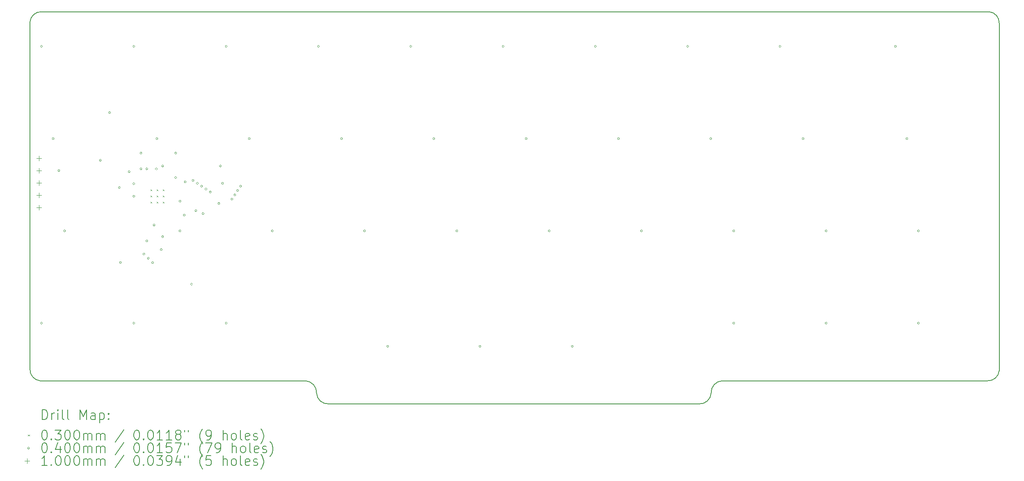
<source format=gbr>
%TF.GenerationSoftware,KiCad,Pcbnew,7.0.6*%
%TF.CreationDate,2023-07-16T16:10:14-04:00*%
%TF.ProjectId,cutiepie2040-hotswap,63757469-6570-4696-9532-3034302d686f,rev?*%
%TF.SameCoordinates,PX2d6b3a0PY6f46b48*%
%TF.FileFunction,Drillmap*%
%TF.FilePolarity,Positive*%
%FSLAX45Y45*%
G04 Gerber Fmt 4.5, Leading zero omitted, Abs format (unit mm)*
G04 Created by KiCad (PCBNEW 7.0.6) date 2023-07-16 16:10:14*
%MOMM*%
%LPD*%
G01*
G04 APERTURE LIST*
%ADD10C,0.200000*%
%ADD11C,0.030000*%
%ADD12C,0.040000*%
%ADD13C,0.100000*%
G04 APERTURE END LIST*
D10*
X239988Y8096281D02*
G75*
G03*
X-12Y7886485I-10890J-229716D01*
G01*
X239988Y8096279D02*
X19794988Y8096279D01*
X5914393Y219057D02*
G75*
G03*
X5683967Y476279I-243825J13398D01*
G01*
X-7Y718779D02*
G75*
G03*
X209988Y476279I231175J-11985D01*
G01*
X6161467Y29D02*
X13809988Y29D01*
X19761467Y476277D02*
G75*
G03*
X20002488Y687593I10532J231097D01*
G01*
X5914394Y219057D02*
G75*
G03*
X6161467Y29I233054J14028D01*
G01*
X14287488Y476282D02*
G75*
G03*
X14057061Y221978I11930J-242358D01*
G01*
X14287488Y476279D02*
X19761467Y476279D01*
X-12Y718779D02*
X-12Y7886485D01*
X209988Y476279D02*
X5683967Y476279D01*
X20002489Y7857758D02*
G75*
G03*
X19794988Y8096279I-227901J11256D01*
G01*
X20002488Y7857758D02*
X20002488Y687593D01*
X13809988Y22D02*
G75*
G03*
X14057061Y221978I12560J234512D01*
G01*
D11*
X2485319Y4428761D02*
X2515319Y4398761D01*
X2515319Y4428761D02*
X2485319Y4398761D01*
X2485319Y4301261D02*
X2515319Y4271261D01*
X2515319Y4301261D02*
X2485319Y4271261D01*
X2485319Y4173761D02*
X2515319Y4143761D01*
X2515319Y4173761D02*
X2485319Y4143761D01*
X2612819Y4428761D02*
X2642819Y4398761D01*
X2642819Y4428761D02*
X2612819Y4398761D01*
X2612819Y4301261D02*
X2642819Y4271261D01*
X2642819Y4301261D02*
X2612819Y4271261D01*
X2612819Y4173761D02*
X2642819Y4143761D01*
X2642819Y4173761D02*
X2612819Y4143761D01*
X2740319Y4428761D02*
X2770319Y4398761D01*
X2770319Y4428761D02*
X2740319Y4398761D01*
X2740319Y4301261D02*
X2770319Y4271261D01*
X2770319Y4301261D02*
X2740319Y4271261D01*
X2740319Y4173761D02*
X2770319Y4143761D01*
X2770319Y4173761D02*
X2740319Y4143761D01*
D12*
X258113Y7381904D02*
G75*
G03*
X258113Y7381904I-20000J0D01*
G01*
X258113Y1666904D02*
G75*
G03*
X258113Y1666904I-20000J0D01*
G01*
X496238Y5476904D02*
G75*
G03*
X496238Y5476904I-20000J0D01*
G01*
X615314Y4817279D02*
G75*
G03*
X615314Y4817279I-20000J0D01*
G01*
X734363Y3571904D02*
G75*
G03*
X734363Y3571904I-20000J0D01*
G01*
X1471816Y5030403D02*
G75*
G03*
X1471816Y5030403I-20000J0D01*
G01*
X1662816Y6012671D02*
G75*
G03*
X1662816Y6012671I-20000J0D01*
G01*
X1865473Y4464855D02*
G75*
G03*
X1865473Y4464855I-20000J0D01*
G01*
X1886708Y2917039D02*
G75*
G03*
X1886708Y2917039I-20000J0D01*
G01*
X2067130Y4792278D02*
G75*
G03*
X2067130Y4792278I-20000J0D01*
G01*
X2163113Y7381904D02*
G75*
G03*
X2163113Y7381904I-20000J0D01*
G01*
X2163113Y1666904D02*
G75*
G03*
X2163113Y1666904I-20000J0D01*
G01*
X2163130Y4546261D02*
G75*
G03*
X2163130Y4546261I-20000J0D01*
G01*
X2163130Y4286261D02*
G75*
G03*
X2163130Y4286261I-20000J0D01*
G01*
X2311959Y5179232D02*
G75*
G03*
X2311959Y5179232I-20000J0D01*
G01*
X2311959Y4851809D02*
G75*
G03*
X2311959Y4851809I-20000J0D01*
G01*
X2371490Y3095633D02*
G75*
G03*
X2371490Y3095633I-20000J0D01*
G01*
X2431022Y4851809D02*
G75*
G03*
X2431022Y4851809I-20000J0D01*
G01*
X2431022Y3363524D02*
G75*
G03*
X2431022Y3363524I-20000J0D01*
G01*
X2460787Y3006336D02*
G75*
G03*
X2460787Y3006336I-20000J0D01*
G01*
X2550085Y2917039D02*
G75*
G03*
X2550085Y2917039I-20000J0D01*
G01*
X2579850Y3690947D02*
G75*
G03*
X2579850Y3690947I-20000J0D01*
G01*
X2627819Y4851809D02*
G75*
G03*
X2627819Y4851809I-20000J0D01*
G01*
X2639363Y5476904D02*
G75*
G03*
X2639363Y5476904I-20000J0D01*
G01*
X2728679Y3184930D02*
G75*
G03*
X2728679Y3184930I-20000J0D01*
G01*
X2758444Y4911341D02*
G75*
G03*
X2758444Y4911341I-20000J0D01*
G01*
X2758444Y3452821D02*
G75*
G03*
X2758444Y3452821I-20000J0D01*
G01*
X3026336Y5179232D02*
G75*
G03*
X3026336Y5179232I-20000J0D01*
G01*
X3026336Y4673215D02*
G75*
G03*
X3026336Y4673215I-20000J0D01*
G01*
X3115613Y3571904D02*
G75*
G03*
X3115613Y3571904I-20000J0D01*
G01*
X3115633Y4186261D02*
G75*
G03*
X3115633Y4186261I-20000J0D01*
G01*
X3204930Y3899307D02*
G75*
G03*
X3204930Y3899307I-20000J0D01*
G01*
X3223164Y4583918D02*
G75*
G03*
X3223164Y4583918I-20000J0D01*
G01*
X3353758Y2470553D02*
G75*
G03*
X3353758Y2470553I-20000J0D01*
G01*
X3383524Y4613684D02*
G75*
G03*
X3383524Y4613684I-20000J0D01*
G01*
X3443055Y3988604D02*
G75*
G03*
X3443055Y3988604I-20000J0D01*
G01*
X3472821Y4554152D02*
G75*
G03*
X3472821Y4554152I-20000J0D01*
G01*
X3562118Y4494621D02*
G75*
G03*
X3562118Y4494621I-20000J0D01*
G01*
X3591884Y3929072D02*
G75*
G03*
X3591884Y3929072I-20000J0D01*
G01*
X3651415Y4435089D02*
G75*
G03*
X3651415Y4435089I-20000J0D01*
G01*
X3740712Y4375558D02*
G75*
G03*
X3740712Y4375558I-20000J0D01*
G01*
X3919307Y4137432D02*
G75*
G03*
X3919307Y4137432I-20000J0D01*
G01*
X3949072Y4911341D02*
G75*
G03*
X3949072Y4911341I-20000J0D01*
G01*
X3996023Y4554152D02*
G75*
G03*
X3996023Y4554152I-20000J0D01*
G01*
X4068113Y7381904D02*
G75*
G03*
X4068113Y7381904I-20000J0D01*
G01*
X4068113Y1666904D02*
G75*
G03*
X4068113Y1666904I-20000J0D01*
G01*
X4187198Y4226729D02*
G75*
G03*
X4187198Y4226729I-20000J0D01*
G01*
X4246729Y4316027D02*
G75*
G03*
X4246729Y4316027I-20000J0D01*
G01*
X4306261Y4405324D02*
G75*
G03*
X4306261Y4405324I-20000J0D01*
G01*
X4365792Y4494621D02*
G75*
G03*
X4365792Y4494621I-20000J0D01*
G01*
X4544363Y5476904D02*
G75*
G03*
X4544363Y5476904I-20000J0D01*
G01*
X5020613Y3571904D02*
G75*
G03*
X5020613Y3571904I-20000J0D01*
G01*
X5973113Y7381904D02*
G75*
G03*
X5973113Y7381904I-20000J0D01*
G01*
X6449363Y5476904D02*
G75*
G03*
X6449363Y5476904I-20000J0D01*
G01*
X6925613Y3571904D02*
G75*
G03*
X6925613Y3571904I-20000J0D01*
G01*
X7401863Y1190654D02*
G75*
G03*
X7401863Y1190654I-20000J0D01*
G01*
X7878113Y7381904D02*
G75*
G03*
X7878113Y7381904I-20000J0D01*
G01*
X8354363Y5476904D02*
G75*
G03*
X8354363Y5476904I-20000J0D01*
G01*
X8830613Y3571904D02*
G75*
G03*
X8830613Y3571904I-20000J0D01*
G01*
X9306863Y1190654D02*
G75*
G03*
X9306863Y1190654I-20000J0D01*
G01*
X9783113Y7381904D02*
G75*
G03*
X9783113Y7381904I-20000J0D01*
G01*
X10259363Y5476904D02*
G75*
G03*
X10259363Y5476904I-20000J0D01*
G01*
X10735613Y3571904D02*
G75*
G03*
X10735613Y3571904I-20000J0D01*
G01*
X11211863Y1190654D02*
G75*
G03*
X11211863Y1190654I-20000J0D01*
G01*
X11688113Y7381904D02*
G75*
G03*
X11688113Y7381904I-20000J0D01*
G01*
X12164363Y5476904D02*
G75*
G03*
X12164363Y5476904I-20000J0D01*
G01*
X12640613Y3571904D02*
G75*
G03*
X12640613Y3571904I-20000J0D01*
G01*
X13593113Y7381904D02*
G75*
G03*
X13593113Y7381904I-20000J0D01*
G01*
X14069363Y5476904D02*
G75*
G03*
X14069363Y5476904I-20000J0D01*
G01*
X14545613Y3571904D02*
G75*
G03*
X14545613Y3571904I-20000J0D01*
G01*
X14545613Y1666904D02*
G75*
G03*
X14545613Y1666904I-20000J0D01*
G01*
X15498113Y7381904D02*
G75*
G03*
X15498113Y7381904I-20000J0D01*
G01*
X15974363Y5476904D02*
G75*
G03*
X15974363Y5476904I-20000J0D01*
G01*
X16450613Y3571904D02*
G75*
G03*
X16450613Y3571904I-20000J0D01*
G01*
X16450613Y1666904D02*
G75*
G03*
X16450613Y1666904I-20000J0D01*
G01*
X17879363Y7381904D02*
G75*
G03*
X17879363Y7381904I-20000J0D01*
G01*
X18117488Y5476904D02*
G75*
G03*
X18117488Y5476904I-20000J0D01*
G01*
X18355613Y3571904D02*
G75*
G03*
X18355613Y3571904I-20000J0D01*
G01*
X18355671Y1666879D02*
G75*
G03*
X18355671Y1666879I-20000J0D01*
G01*
D13*
X184988Y5121279D02*
X184988Y5021279D01*
X134988Y5071279D02*
X234988Y5071279D01*
X184988Y4867279D02*
X184988Y4767279D01*
X134988Y4817279D02*
X234988Y4817279D01*
X184988Y4613279D02*
X184988Y4513279D01*
X134988Y4563279D02*
X234988Y4563279D01*
X184988Y4359279D02*
X184988Y4259279D01*
X134988Y4309279D02*
X234988Y4309279D01*
X184988Y4105279D02*
X184988Y4005279D01*
X134988Y4055279D02*
X234988Y4055279D01*
D10*
X250459Y-321876D02*
X250459Y-121876D01*
X250459Y-121876D02*
X298078Y-121876D01*
X298078Y-121876D02*
X326649Y-131399D01*
X326649Y-131399D02*
X345697Y-150447D01*
X345697Y-150447D02*
X355221Y-169495D01*
X355221Y-169495D02*
X364744Y-207590D01*
X364744Y-207590D02*
X364744Y-236161D01*
X364744Y-236161D02*
X355221Y-274257D01*
X355221Y-274257D02*
X345697Y-293304D01*
X345697Y-293304D02*
X326649Y-312352D01*
X326649Y-312352D02*
X298078Y-321876D01*
X298078Y-321876D02*
X250459Y-321876D01*
X450459Y-321876D02*
X450459Y-188542D01*
X450459Y-226637D02*
X459983Y-207590D01*
X459983Y-207590D02*
X469506Y-198066D01*
X469506Y-198066D02*
X488554Y-188542D01*
X488554Y-188542D02*
X507602Y-188542D01*
X574268Y-321876D02*
X574268Y-188542D01*
X574268Y-121876D02*
X564745Y-131399D01*
X564745Y-131399D02*
X574268Y-140923D01*
X574268Y-140923D02*
X583792Y-131399D01*
X583792Y-131399D02*
X574268Y-121876D01*
X574268Y-121876D02*
X574268Y-140923D01*
X698078Y-321876D02*
X679030Y-312352D01*
X679030Y-312352D02*
X669506Y-293304D01*
X669506Y-293304D02*
X669506Y-121876D01*
X802840Y-321876D02*
X783792Y-312352D01*
X783792Y-312352D02*
X774268Y-293304D01*
X774268Y-293304D02*
X774268Y-121876D01*
X1031411Y-321876D02*
X1031411Y-121876D01*
X1031411Y-121876D02*
X1098078Y-264733D01*
X1098078Y-264733D02*
X1164745Y-121876D01*
X1164745Y-121876D02*
X1164745Y-321876D01*
X1345697Y-321876D02*
X1345697Y-217114D01*
X1345697Y-217114D02*
X1336173Y-198066D01*
X1336173Y-198066D02*
X1317126Y-188542D01*
X1317126Y-188542D02*
X1279030Y-188542D01*
X1279030Y-188542D02*
X1259983Y-198066D01*
X1345697Y-312352D02*
X1326649Y-321876D01*
X1326649Y-321876D02*
X1279030Y-321876D01*
X1279030Y-321876D02*
X1259983Y-312352D01*
X1259983Y-312352D02*
X1250459Y-293304D01*
X1250459Y-293304D02*
X1250459Y-274257D01*
X1250459Y-274257D02*
X1259983Y-255209D01*
X1259983Y-255209D02*
X1279030Y-245685D01*
X1279030Y-245685D02*
X1326649Y-245685D01*
X1326649Y-245685D02*
X1345697Y-236161D01*
X1440935Y-188542D02*
X1440935Y-388542D01*
X1440935Y-198066D02*
X1459983Y-188542D01*
X1459983Y-188542D02*
X1498078Y-188542D01*
X1498078Y-188542D02*
X1517125Y-198066D01*
X1517125Y-198066D02*
X1526649Y-207590D01*
X1526649Y-207590D02*
X1536173Y-226637D01*
X1536173Y-226637D02*
X1536173Y-283780D01*
X1536173Y-283780D02*
X1526649Y-302828D01*
X1526649Y-302828D02*
X1517125Y-312352D01*
X1517125Y-312352D02*
X1498078Y-321876D01*
X1498078Y-321876D02*
X1459983Y-321876D01*
X1459983Y-321876D02*
X1440935Y-312352D01*
X1621887Y-302828D02*
X1631411Y-312352D01*
X1631411Y-312352D02*
X1621887Y-321876D01*
X1621887Y-321876D02*
X1612364Y-312352D01*
X1612364Y-312352D02*
X1621887Y-302828D01*
X1621887Y-302828D02*
X1621887Y-321876D01*
X1621887Y-198066D02*
X1631411Y-207590D01*
X1631411Y-207590D02*
X1621887Y-217114D01*
X1621887Y-217114D02*
X1612364Y-207590D01*
X1612364Y-207590D02*
X1621887Y-198066D01*
X1621887Y-198066D02*
X1621887Y-217114D01*
D11*
X-40318Y-635392D02*
X-10318Y-665392D01*
X-10318Y-635392D02*
X-40318Y-665392D01*
D10*
X288554Y-541876D02*
X307602Y-541876D01*
X307602Y-541876D02*
X326649Y-551399D01*
X326649Y-551399D02*
X336173Y-560923D01*
X336173Y-560923D02*
X345697Y-579971D01*
X345697Y-579971D02*
X355221Y-618066D01*
X355221Y-618066D02*
X355221Y-665685D01*
X355221Y-665685D02*
X345697Y-703780D01*
X345697Y-703780D02*
X336173Y-722828D01*
X336173Y-722828D02*
X326649Y-732352D01*
X326649Y-732352D02*
X307602Y-741876D01*
X307602Y-741876D02*
X288554Y-741876D01*
X288554Y-741876D02*
X269506Y-732352D01*
X269506Y-732352D02*
X259983Y-722828D01*
X259983Y-722828D02*
X250459Y-703780D01*
X250459Y-703780D02*
X240935Y-665685D01*
X240935Y-665685D02*
X240935Y-618066D01*
X240935Y-618066D02*
X250459Y-579971D01*
X250459Y-579971D02*
X259983Y-560923D01*
X259983Y-560923D02*
X269506Y-551399D01*
X269506Y-551399D02*
X288554Y-541876D01*
X440935Y-722828D02*
X450459Y-732352D01*
X450459Y-732352D02*
X440935Y-741876D01*
X440935Y-741876D02*
X431411Y-732352D01*
X431411Y-732352D02*
X440935Y-722828D01*
X440935Y-722828D02*
X440935Y-741876D01*
X517125Y-541876D02*
X640935Y-541876D01*
X640935Y-541876D02*
X574268Y-618066D01*
X574268Y-618066D02*
X602840Y-618066D01*
X602840Y-618066D02*
X621887Y-627590D01*
X621887Y-627590D02*
X631411Y-637114D01*
X631411Y-637114D02*
X640935Y-656161D01*
X640935Y-656161D02*
X640935Y-703780D01*
X640935Y-703780D02*
X631411Y-722828D01*
X631411Y-722828D02*
X621887Y-732352D01*
X621887Y-732352D02*
X602840Y-741876D01*
X602840Y-741876D02*
X545697Y-741876D01*
X545697Y-741876D02*
X526649Y-732352D01*
X526649Y-732352D02*
X517125Y-722828D01*
X764744Y-541876D02*
X783792Y-541876D01*
X783792Y-541876D02*
X802840Y-551399D01*
X802840Y-551399D02*
X812364Y-560923D01*
X812364Y-560923D02*
X821887Y-579971D01*
X821887Y-579971D02*
X831411Y-618066D01*
X831411Y-618066D02*
X831411Y-665685D01*
X831411Y-665685D02*
X821887Y-703780D01*
X821887Y-703780D02*
X812364Y-722828D01*
X812364Y-722828D02*
X802840Y-732352D01*
X802840Y-732352D02*
X783792Y-741876D01*
X783792Y-741876D02*
X764744Y-741876D01*
X764744Y-741876D02*
X745697Y-732352D01*
X745697Y-732352D02*
X736173Y-722828D01*
X736173Y-722828D02*
X726649Y-703780D01*
X726649Y-703780D02*
X717125Y-665685D01*
X717125Y-665685D02*
X717125Y-618066D01*
X717125Y-618066D02*
X726649Y-579971D01*
X726649Y-579971D02*
X736173Y-560923D01*
X736173Y-560923D02*
X745697Y-551399D01*
X745697Y-551399D02*
X764744Y-541876D01*
X955221Y-541876D02*
X974268Y-541876D01*
X974268Y-541876D02*
X993316Y-551399D01*
X993316Y-551399D02*
X1002840Y-560923D01*
X1002840Y-560923D02*
X1012364Y-579971D01*
X1012364Y-579971D02*
X1021887Y-618066D01*
X1021887Y-618066D02*
X1021887Y-665685D01*
X1021887Y-665685D02*
X1012364Y-703780D01*
X1012364Y-703780D02*
X1002840Y-722828D01*
X1002840Y-722828D02*
X993316Y-732352D01*
X993316Y-732352D02*
X974268Y-741876D01*
X974268Y-741876D02*
X955221Y-741876D01*
X955221Y-741876D02*
X936173Y-732352D01*
X936173Y-732352D02*
X926649Y-722828D01*
X926649Y-722828D02*
X917125Y-703780D01*
X917125Y-703780D02*
X907602Y-665685D01*
X907602Y-665685D02*
X907602Y-618066D01*
X907602Y-618066D02*
X917125Y-579971D01*
X917125Y-579971D02*
X926649Y-560923D01*
X926649Y-560923D02*
X936173Y-551399D01*
X936173Y-551399D02*
X955221Y-541876D01*
X1107602Y-741876D02*
X1107602Y-608542D01*
X1107602Y-627590D02*
X1117126Y-618066D01*
X1117126Y-618066D02*
X1136173Y-608542D01*
X1136173Y-608542D02*
X1164745Y-608542D01*
X1164745Y-608542D02*
X1183792Y-618066D01*
X1183792Y-618066D02*
X1193316Y-637114D01*
X1193316Y-637114D02*
X1193316Y-741876D01*
X1193316Y-637114D02*
X1202840Y-618066D01*
X1202840Y-618066D02*
X1221887Y-608542D01*
X1221887Y-608542D02*
X1250459Y-608542D01*
X1250459Y-608542D02*
X1269507Y-618066D01*
X1269507Y-618066D02*
X1279030Y-637114D01*
X1279030Y-637114D02*
X1279030Y-741876D01*
X1374268Y-741876D02*
X1374268Y-608542D01*
X1374268Y-627590D02*
X1383792Y-618066D01*
X1383792Y-618066D02*
X1402840Y-608542D01*
X1402840Y-608542D02*
X1431411Y-608542D01*
X1431411Y-608542D02*
X1450459Y-618066D01*
X1450459Y-618066D02*
X1459983Y-637114D01*
X1459983Y-637114D02*
X1459983Y-741876D01*
X1459983Y-637114D02*
X1469506Y-618066D01*
X1469506Y-618066D02*
X1488554Y-608542D01*
X1488554Y-608542D02*
X1517125Y-608542D01*
X1517125Y-608542D02*
X1536173Y-618066D01*
X1536173Y-618066D02*
X1545697Y-637114D01*
X1545697Y-637114D02*
X1545697Y-741876D01*
X1936173Y-532352D02*
X1764745Y-789495D01*
X2193316Y-541876D02*
X2212364Y-541876D01*
X2212364Y-541876D02*
X2231411Y-551399D01*
X2231411Y-551399D02*
X2240935Y-560923D01*
X2240935Y-560923D02*
X2250459Y-579971D01*
X2250459Y-579971D02*
X2259983Y-618066D01*
X2259983Y-618066D02*
X2259983Y-665685D01*
X2259983Y-665685D02*
X2250459Y-703780D01*
X2250459Y-703780D02*
X2240935Y-722828D01*
X2240935Y-722828D02*
X2231411Y-732352D01*
X2231411Y-732352D02*
X2212364Y-741876D01*
X2212364Y-741876D02*
X2193316Y-741876D01*
X2193316Y-741876D02*
X2174269Y-732352D01*
X2174269Y-732352D02*
X2164745Y-722828D01*
X2164745Y-722828D02*
X2155221Y-703780D01*
X2155221Y-703780D02*
X2145697Y-665685D01*
X2145697Y-665685D02*
X2145697Y-618066D01*
X2145697Y-618066D02*
X2155221Y-579971D01*
X2155221Y-579971D02*
X2164745Y-560923D01*
X2164745Y-560923D02*
X2174269Y-551399D01*
X2174269Y-551399D02*
X2193316Y-541876D01*
X2345697Y-722828D02*
X2355221Y-732352D01*
X2355221Y-732352D02*
X2345697Y-741876D01*
X2345697Y-741876D02*
X2336173Y-732352D01*
X2336173Y-732352D02*
X2345697Y-722828D01*
X2345697Y-722828D02*
X2345697Y-741876D01*
X2479030Y-541876D02*
X2498078Y-541876D01*
X2498078Y-541876D02*
X2517126Y-551399D01*
X2517126Y-551399D02*
X2526650Y-560923D01*
X2526650Y-560923D02*
X2536173Y-579971D01*
X2536173Y-579971D02*
X2545697Y-618066D01*
X2545697Y-618066D02*
X2545697Y-665685D01*
X2545697Y-665685D02*
X2536173Y-703780D01*
X2536173Y-703780D02*
X2526650Y-722828D01*
X2526650Y-722828D02*
X2517126Y-732352D01*
X2517126Y-732352D02*
X2498078Y-741876D01*
X2498078Y-741876D02*
X2479030Y-741876D01*
X2479030Y-741876D02*
X2459983Y-732352D01*
X2459983Y-732352D02*
X2450459Y-722828D01*
X2450459Y-722828D02*
X2440935Y-703780D01*
X2440935Y-703780D02*
X2431411Y-665685D01*
X2431411Y-665685D02*
X2431411Y-618066D01*
X2431411Y-618066D02*
X2440935Y-579971D01*
X2440935Y-579971D02*
X2450459Y-560923D01*
X2450459Y-560923D02*
X2459983Y-551399D01*
X2459983Y-551399D02*
X2479030Y-541876D01*
X2736173Y-741876D02*
X2621888Y-741876D01*
X2679030Y-741876D02*
X2679030Y-541876D01*
X2679030Y-541876D02*
X2659983Y-570447D01*
X2659983Y-570447D02*
X2640935Y-589495D01*
X2640935Y-589495D02*
X2621888Y-599018D01*
X2926649Y-741876D02*
X2812364Y-741876D01*
X2869507Y-741876D02*
X2869507Y-541876D01*
X2869507Y-541876D02*
X2850459Y-570447D01*
X2850459Y-570447D02*
X2831411Y-589495D01*
X2831411Y-589495D02*
X2812364Y-599018D01*
X3040935Y-627590D02*
X3021888Y-618066D01*
X3021888Y-618066D02*
X3012364Y-608542D01*
X3012364Y-608542D02*
X3002840Y-589495D01*
X3002840Y-589495D02*
X3002840Y-579971D01*
X3002840Y-579971D02*
X3012364Y-560923D01*
X3012364Y-560923D02*
X3021888Y-551399D01*
X3021888Y-551399D02*
X3040935Y-541876D01*
X3040935Y-541876D02*
X3079030Y-541876D01*
X3079030Y-541876D02*
X3098078Y-551399D01*
X3098078Y-551399D02*
X3107602Y-560923D01*
X3107602Y-560923D02*
X3117126Y-579971D01*
X3117126Y-579971D02*
X3117126Y-589495D01*
X3117126Y-589495D02*
X3107602Y-608542D01*
X3107602Y-608542D02*
X3098078Y-618066D01*
X3098078Y-618066D02*
X3079030Y-627590D01*
X3079030Y-627590D02*
X3040935Y-627590D01*
X3040935Y-627590D02*
X3021888Y-637114D01*
X3021888Y-637114D02*
X3012364Y-646638D01*
X3012364Y-646638D02*
X3002840Y-665685D01*
X3002840Y-665685D02*
X3002840Y-703780D01*
X3002840Y-703780D02*
X3012364Y-722828D01*
X3012364Y-722828D02*
X3021888Y-732352D01*
X3021888Y-732352D02*
X3040935Y-741876D01*
X3040935Y-741876D02*
X3079030Y-741876D01*
X3079030Y-741876D02*
X3098078Y-732352D01*
X3098078Y-732352D02*
X3107602Y-722828D01*
X3107602Y-722828D02*
X3117126Y-703780D01*
X3117126Y-703780D02*
X3117126Y-665685D01*
X3117126Y-665685D02*
X3107602Y-646638D01*
X3107602Y-646638D02*
X3098078Y-637114D01*
X3098078Y-637114D02*
X3079030Y-627590D01*
X3193316Y-541876D02*
X3193316Y-579971D01*
X3269507Y-541876D02*
X3269507Y-579971D01*
X3564745Y-818066D02*
X3555221Y-808542D01*
X3555221Y-808542D02*
X3536173Y-779971D01*
X3536173Y-779971D02*
X3526650Y-760923D01*
X3526650Y-760923D02*
X3517126Y-732352D01*
X3517126Y-732352D02*
X3507602Y-684733D01*
X3507602Y-684733D02*
X3507602Y-646638D01*
X3507602Y-646638D02*
X3517126Y-599018D01*
X3517126Y-599018D02*
X3526650Y-570447D01*
X3526650Y-570447D02*
X3536173Y-551399D01*
X3536173Y-551399D02*
X3555221Y-522828D01*
X3555221Y-522828D02*
X3564745Y-513304D01*
X3650459Y-741876D02*
X3688554Y-741876D01*
X3688554Y-741876D02*
X3707602Y-732352D01*
X3707602Y-732352D02*
X3717126Y-722828D01*
X3717126Y-722828D02*
X3736173Y-694257D01*
X3736173Y-694257D02*
X3745697Y-656161D01*
X3745697Y-656161D02*
X3745697Y-579971D01*
X3745697Y-579971D02*
X3736173Y-560923D01*
X3736173Y-560923D02*
X3726650Y-551399D01*
X3726650Y-551399D02*
X3707602Y-541876D01*
X3707602Y-541876D02*
X3669507Y-541876D01*
X3669507Y-541876D02*
X3650459Y-551399D01*
X3650459Y-551399D02*
X3640935Y-560923D01*
X3640935Y-560923D02*
X3631411Y-579971D01*
X3631411Y-579971D02*
X3631411Y-627590D01*
X3631411Y-627590D02*
X3640935Y-646638D01*
X3640935Y-646638D02*
X3650459Y-656161D01*
X3650459Y-656161D02*
X3669507Y-665685D01*
X3669507Y-665685D02*
X3707602Y-665685D01*
X3707602Y-665685D02*
X3726650Y-656161D01*
X3726650Y-656161D02*
X3736173Y-646638D01*
X3736173Y-646638D02*
X3745697Y-627590D01*
X3983792Y-741876D02*
X3983792Y-541876D01*
X4069507Y-741876D02*
X4069507Y-637114D01*
X4069507Y-637114D02*
X4059983Y-618066D01*
X4059983Y-618066D02*
X4040935Y-608542D01*
X4040935Y-608542D02*
X4012364Y-608542D01*
X4012364Y-608542D02*
X3993316Y-618066D01*
X3993316Y-618066D02*
X3983792Y-627590D01*
X4193316Y-741876D02*
X4174269Y-732352D01*
X4174269Y-732352D02*
X4164745Y-722828D01*
X4164745Y-722828D02*
X4155221Y-703780D01*
X4155221Y-703780D02*
X4155221Y-646638D01*
X4155221Y-646638D02*
X4164745Y-627590D01*
X4164745Y-627590D02*
X4174269Y-618066D01*
X4174269Y-618066D02*
X4193316Y-608542D01*
X4193316Y-608542D02*
X4221888Y-608542D01*
X4221888Y-608542D02*
X4240935Y-618066D01*
X4240935Y-618066D02*
X4250459Y-627590D01*
X4250459Y-627590D02*
X4259983Y-646638D01*
X4259983Y-646638D02*
X4259983Y-703780D01*
X4259983Y-703780D02*
X4250459Y-722828D01*
X4250459Y-722828D02*
X4240935Y-732352D01*
X4240935Y-732352D02*
X4221888Y-741876D01*
X4221888Y-741876D02*
X4193316Y-741876D01*
X4374269Y-741876D02*
X4355221Y-732352D01*
X4355221Y-732352D02*
X4345697Y-713304D01*
X4345697Y-713304D02*
X4345697Y-541876D01*
X4526650Y-732352D02*
X4507602Y-741876D01*
X4507602Y-741876D02*
X4469507Y-741876D01*
X4469507Y-741876D02*
X4450459Y-732352D01*
X4450459Y-732352D02*
X4440935Y-713304D01*
X4440935Y-713304D02*
X4440935Y-637114D01*
X4440935Y-637114D02*
X4450459Y-618066D01*
X4450459Y-618066D02*
X4469507Y-608542D01*
X4469507Y-608542D02*
X4507602Y-608542D01*
X4507602Y-608542D02*
X4526650Y-618066D01*
X4526650Y-618066D02*
X4536174Y-637114D01*
X4536174Y-637114D02*
X4536174Y-656161D01*
X4536174Y-656161D02*
X4440935Y-675209D01*
X4612364Y-732352D02*
X4631412Y-741876D01*
X4631412Y-741876D02*
X4669507Y-741876D01*
X4669507Y-741876D02*
X4688555Y-732352D01*
X4688555Y-732352D02*
X4698078Y-713304D01*
X4698078Y-713304D02*
X4698078Y-703780D01*
X4698078Y-703780D02*
X4688555Y-684733D01*
X4688555Y-684733D02*
X4669507Y-675209D01*
X4669507Y-675209D02*
X4640935Y-675209D01*
X4640935Y-675209D02*
X4621888Y-665685D01*
X4621888Y-665685D02*
X4612364Y-646638D01*
X4612364Y-646638D02*
X4612364Y-637114D01*
X4612364Y-637114D02*
X4621888Y-618066D01*
X4621888Y-618066D02*
X4640935Y-608542D01*
X4640935Y-608542D02*
X4669507Y-608542D01*
X4669507Y-608542D02*
X4688555Y-618066D01*
X4764745Y-818066D02*
X4774269Y-808542D01*
X4774269Y-808542D02*
X4793316Y-779971D01*
X4793316Y-779971D02*
X4802840Y-760923D01*
X4802840Y-760923D02*
X4812364Y-732352D01*
X4812364Y-732352D02*
X4821888Y-684733D01*
X4821888Y-684733D02*
X4821888Y-646638D01*
X4821888Y-646638D02*
X4812364Y-599018D01*
X4812364Y-599018D02*
X4802840Y-570447D01*
X4802840Y-570447D02*
X4793316Y-551399D01*
X4793316Y-551399D02*
X4774269Y-522828D01*
X4774269Y-522828D02*
X4764745Y-513304D01*
D12*
X-10318Y-914392D02*
G75*
G03*
X-10318Y-914392I-20000J0D01*
G01*
D10*
X288554Y-805876D02*
X307602Y-805876D01*
X307602Y-805876D02*
X326649Y-815399D01*
X326649Y-815399D02*
X336173Y-824923D01*
X336173Y-824923D02*
X345697Y-843971D01*
X345697Y-843971D02*
X355221Y-882066D01*
X355221Y-882066D02*
X355221Y-929685D01*
X355221Y-929685D02*
X345697Y-967780D01*
X345697Y-967780D02*
X336173Y-986828D01*
X336173Y-986828D02*
X326649Y-996352D01*
X326649Y-996352D02*
X307602Y-1005876D01*
X307602Y-1005876D02*
X288554Y-1005876D01*
X288554Y-1005876D02*
X269506Y-996352D01*
X269506Y-996352D02*
X259983Y-986828D01*
X259983Y-986828D02*
X250459Y-967780D01*
X250459Y-967780D02*
X240935Y-929685D01*
X240935Y-929685D02*
X240935Y-882066D01*
X240935Y-882066D02*
X250459Y-843971D01*
X250459Y-843971D02*
X259983Y-824923D01*
X259983Y-824923D02*
X269506Y-815399D01*
X269506Y-815399D02*
X288554Y-805876D01*
X440935Y-986828D02*
X450459Y-996352D01*
X450459Y-996352D02*
X440935Y-1005876D01*
X440935Y-1005876D02*
X431411Y-996352D01*
X431411Y-996352D02*
X440935Y-986828D01*
X440935Y-986828D02*
X440935Y-1005876D01*
X621887Y-872542D02*
X621887Y-1005876D01*
X574268Y-796352D02*
X526649Y-939209D01*
X526649Y-939209D02*
X650459Y-939209D01*
X764744Y-805876D02*
X783792Y-805876D01*
X783792Y-805876D02*
X802840Y-815399D01*
X802840Y-815399D02*
X812364Y-824923D01*
X812364Y-824923D02*
X821887Y-843971D01*
X821887Y-843971D02*
X831411Y-882066D01*
X831411Y-882066D02*
X831411Y-929685D01*
X831411Y-929685D02*
X821887Y-967780D01*
X821887Y-967780D02*
X812364Y-986828D01*
X812364Y-986828D02*
X802840Y-996352D01*
X802840Y-996352D02*
X783792Y-1005876D01*
X783792Y-1005876D02*
X764744Y-1005876D01*
X764744Y-1005876D02*
X745697Y-996352D01*
X745697Y-996352D02*
X736173Y-986828D01*
X736173Y-986828D02*
X726649Y-967780D01*
X726649Y-967780D02*
X717125Y-929685D01*
X717125Y-929685D02*
X717125Y-882066D01*
X717125Y-882066D02*
X726649Y-843971D01*
X726649Y-843971D02*
X736173Y-824923D01*
X736173Y-824923D02*
X745697Y-815399D01*
X745697Y-815399D02*
X764744Y-805876D01*
X955221Y-805876D02*
X974268Y-805876D01*
X974268Y-805876D02*
X993316Y-815399D01*
X993316Y-815399D02*
X1002840Y-824923D01*
X1002840Y-824923D02*
X1012364Y-843971D01*
X1012364Y-843971D02*
X1021887Y-882066D01*
X1021887Y-882066D02*
X1021887Y-929685D01*
X1021887Y-929685D02*
X1012364Y-967780D01*
X1012364Y-967780D02*
X1002840Y-986828D01*
X1002840Y-986828D02*
X993316Y-996352D01*
X993316Y-996352D02*
X974268Y-1005876D01*
X974268Y-1005876D02*
X955221Y-1005876D01*
X955221Y-1005876D02*
X936173Y-996352D01*
X936173Y-996352D02*
X926649Y-986828D01*
X926649Y-986828D02*
X917125Y-967780D01*
X917125Y-967780D02*
X907602Y-929685D01*
X907602Y-929685D02*
X907602Y-882066D01*
X907602Y-882066D02*
X917125Y-843971D01*
X917125Y-843971D02*
X926649Y-824923D01*
X926649Y-824923D02*
X936173Y-815399D01*
X936173Y-815399D02*
X955221Y-805876D01*
X1107602Y-1005876D02*
X1107602Y-872542D01*
X1107602Y-891590D02*
X1117126Y-882066D01*
X1117126Y-882066D02*
X1136173Y-872542D01*
X1136173Y-872542D02*
X1164745Y-872542D01*
X1164745Y-872542D02*
X1183792Y-882066D01*
X1183792Y-882066D02*
X1193316Y-901114D01*
X1193316Y-901114D02*
X1193316Y-1005876D01*
X1193316Y-901114D02*
X1202840Y-882066D01*
X1202840Y-882066D02*
X1221887Y-872542D01*
X1221887Y-872542D02*
X1250459Y-872542D01*
X1250459Y-872542D02*
X1269507Y-882066D01*
X1269507Y-882066D02*
X1279030Y-901114D01*
X1279030Y-901114D02*
X1279030Y-1005876D01*
X1374268Y-1005876D02*
X1374268Y-872542D01*
X1374268Y-891590D02*
X1383792Y-882066D01*
X1383792Y-882066D02*
X1402840Y-872542D01*
X1402840Y-872542D02*
X1431411Y-872542D01*
X1431411Y-872542D02*
X1450459Y-882066D01*
X1450459Y-882066D02*
X1459983Y-901114D01*
X1459983Y-901114D02*
X1459983Y-1005876D01*
X1459983Y-901114D02*
X1469506Y-882066D01*
X1469506Y-882066D02*
X1488554Y-872542D01*
X1488554Y-872542D02*
X1517125Y-872542D01*
X1517125Y-872542D02*
X1536173Y-882066D01*
X1536173Y-882066D02*
X1545697Y-901114D01*
X1545697Y-901114D02*
X1545697Y-1005876D01*
X1936173Y-796352D02*
X1764745Y-1053495D01*
X2193316Y-805876D02*
X2212364Y-805876D01*
X2212364Y-805876D02*
X2231411Y-815399D01*
X2231411Y-815399D02*
X2240935Y-824923D01*
X2240935Y-824923D02*
X2250459Y-843971D01*
X2250459Y-843971D02*
X2259983Y-882066D01*
X2259983Y-882066D02*
X2259983Y-929685D01*
X2259983Y-929685D02*
X2250459Y-967780D01*
X2250459Y-967780D02*
X2240935Y-986828D01*
X2240935Y-986828D02*
X2231411Y-996352D01*
X2231411Y-996352D02*
X2212364Y-1005876D01*
X2212364Y-1005876D02*
X2193316Y-1005876D01*
X2193316Y-1005876D02*
X2174269Y-996352D01*
X2174269Y-996352D02*
X2164745Y-986828D01*
X2164745Y-986828D02*
X2155221Y-967780D01*
X2155221Y-967780D02*
X2145697Y-929685D01*
X2145697Y-929685D02*
X2145697Y-882066D01*
X2145697Y-882066D02*
X2155221Y-843971D01*
X2155221Y-843971D02*
X2164745Y-824923D01*
X2164745Y-824923D02*
X2174269Y-815399D01*
X2174269Y-815399D02*
X2193316Y-805876D01*
X2345697Y-986828D02*
X2355221Y-996352D01*
X2355221Y-996352D02*
X2345697Y-1005876D01*
X2345697Y-1005876D02*
X2336173Y-996352D01*
X2336173Y-996352D02*
X2345697Y-986828D01*
X2345697Y-986828D02*
X2345697Y-1005876D01*
X2479030Y-805876D02*
X2498078Y-805876D01*
X2498078Y-805876D02*
X2517126Y-815399D01*
X2517126Y-815399D02*
X2526650Y-824923D01*
X2526650Y-824923D02*
X2536173Y-843971D01*
X2536173Y-843971D02*
X2545697Y-882066D01*
X2545697Y-882066D02*
X2545697Y-929685D01*
X2545697Y-929685D02*
X2536173Y-967780D01*
X2536173Y-967780D02*
X2526650Y-986828D01*
X2526650Y-986828D02*
X2517126Y-996352D01*
X2517126Y-996352D02*
X2498078Y-1005876D01*
X2498078Y-1005876D02*
X2479030Y-1005876D01*
X2479030Y-1005876D02*
X2459983Y-996352D01*
X2459983Y-996352D02*
X2450459Y-986828D01*
X2450459Y-986828D02*
X2440935Y-967780D01*
X2440935Y-967780D02*
X2431411Y-929685D01*
X2431411Y-929685D02*
X2431411Y-882066D01*
X2431411Y-882066D02*
X2440935Y-843971D01*
X2440935Y-843971D02*
X2450459Y-824923D01*
X2450459Y-824923D02*
X2459983Y-815399D01*
X2459983Y-815399D02*
X2479030Y-805876D01*
X2736173Y-1005876D02*
X2621888Y-1005876D01*
X2679030Y-1005876D02*
X2679030Y-805876D01*
X2679030Y-805876D02*
X2659983Y-834447D01*
X2659983Y-834447D02*
X2640935Y-853495D01*
X2640935Y-853495D02*
X2621888Y-863018D01*
X2917126Y-805876D02*
X2821888Y-805876D01*
X2821888Y-805876D02*
X2812364Y-901114D01*
X2812364Y-901114D02*
X2821888Y-891590D01*
X2821888Y-891590D02*
X2840935Y-882066D01*
X2840935Y-882066D02*
X2888554Y-882066D01*
X2888554Y-882066D02*
X2907602Y-891590D01*
X2907602Y-891590D02*
X2917126Y-901114D01*
X2917126Y-901114D02*
X2926649Y-920161D01*
X2926649Y-920161D02*
X2926649Y-967780D01*
X2926649Y-967780D02*
X2917126Y-986828D01*
X2917126Y-986828D02*
X2907602Y-996352D01*
X2907602Y-996352D02*
X2888554Y-1005876D01*
X2888554Y-1005876D02*
X2840935Y-1005876D01*
X2840935Y-1005876D02*
X2821888Y-996352D01*
X2821888Y-996352D02*
X2812364Y-986828D01*
X2993316Y-805876D02*
X3126649Y-805876D01*
X3126649Y-805876D02*
X3040935Y-1005876D01*
X3193316Y-805876D02*
X3193316Y-843971D01*
X3269507Y-805876D02*
X3269507Y-843971D01*
X3564745Y-1082066D02*
X3555221Y-1072542D01*
X3555221Y-1072542D02*
X3536173Y-1043971D01*
X3536173Y-1043971D02*
X3526650Y-1024923D01*
X3526650Y-1024923D02*
X3517126Y-996352D01*
X3517126Y-996352D02*
X3507602Y-948733D01*
X3507602Y-948733D02*
X3507602Y-910637D01*
X3507602Y-910637D02*
X3517126Y-863018D01*
X3517126Y-863018D02*
X3526650Y-834447D01*
X3526650Y-834447D02*
X3536173Y-815399D01*
X3536173Y-815399D02*
X3555221Y-786828D01*
X3555221Y-786828D02*
X3564745Y-777304D01*
X3621888Y-805876D02*
X3755221Y-805876D01*
X3755221Y-805876D02*
X3669507Y-1005876D01*
X3840935Y-1005876D02*
X3879030Y-1005876D01*
X3879030Y-1005876D02*
X3898078Y-996352D01*
X3898078Y-996352D02*
X3907602Y-986828D01*
X3907602Y-986828D02*
X3926650Y-958256D01*
X3926650Y-958256D02*
X3936173Y-920161D01*
X3936173Y-920161D02*
X3936173Y-843971D01*
X3936173Y-843971D02*
X3926650Y-824923D01*
X3926650Y-824923D02*
X3917126Y-815399D01*
X3917126Y-815399D02*
X3898078Y-805876D01*
X3898078Y-805876D02*
X3859983Y-805876D01*
X3859983Y-805876D02*
X3840935Y-815399D01*
X3840935Y-815399D02*
X3831411Y-824923D01*
X3831411Y-824923D02*
X3821888Y-843971D01*
X3821888Y-843971D02*
X3821888Y-891590D01*
X3821888Y-891590D02*
X3831411Y-910637D01*
X3831411Y-910637D02*
X3840935Y-920161D01*
X3840935Y-920161D02*
X3859983Y-929685D01*
X3859983Y-929685D02*
X3898078Y-929685D01*
X3898078Y-929685D02*
X3917126Y-920161D01*
X3917126Y-920161D02*
X3926650Y-910637D01*
X3926650Y-910637D02*
X3936173Y-891590D01*
X4174269Y-1005876D02*
X4174269Y-805876D01*
X4259983Y-1005876D02*
X4259983Y-901114D01*
X4259983Y-901114D02*
X4250459Y-882066D01*
X4250459Y-882066D02*
X4231412Y-872542D01*
X4231412Y-872542D02*
X4202840Y-872542D01*
X4202840Y-872542D02*
X4183792Y-882066D01*
X4183792Y-882066D02*
X4174269Y-891590D01*
X4383793Y-1005876D02*
X4364745Y-996352D01*
X4364745Y-996352D02*
X4355221Y-986828D01*
X4355221Y-986828D02*
X4345697Y-967780D01*
X4345697Y-967780D02*
X4345697Y-910637D01*
X4345697Y-910637D02*
X4355221Y-891590D01*
X4355221Y-891590D02*
X4364745Y-882066D01*
X4364745Y-882066D02*
X4383793Y-872542D01*
X4383793Y-872542D02*
X4412364Y-872542D01*
X4412364Y-872542D02*
X4431412Y-882066D01*
X4431412Y-882066D02*
X4440935Y-891590D01*
X4440935Y-891590D02*
X4450459Y-910637D01*
X4450459Y-910637D02*
X4450459Y-967780D01*
X4450459Y-967780D02*
X4440935Y-986828D01*
X4440935Y-986828D02*
X4431412Y-996352D01*
X4431412Y-996352D02*
X4412364Y-1005876D01*
X4412364Y-1005876D02*
X4383793Y-1005876D01*
X4564745Y-1005876D02*
X4545697Y-996352D01*
X4545697Y-996352D02*
X4536174Y-977304D01*
X4536174Y-977304D02*
X4536174Y-805876D01*
X4717126Y-996352D02*
X4698078Y-1005876D01*
X4698078Y-1005876D02*
X4659983Y-1005876D01*
X4659983Y-1005876D02*
X4640935Y-996352D01*
X4640935Y-996352D02*
X4631412Y-977304D01*
X4631412Y-977304D02*
X4631412Y-901114D01*
X4631412Y-901114D02*
X4640935Y-882066D01*
X4640935Y-882066D02*
X4659983Y-872542D01*
X4659983Y-872542D02*
X4698078Y-872542D01*
X4698078Y-872542D02*
X4717126Y-882066D01*
X4717126Y-882066D02*
X4726650Y-901114D01*
X4726650Y-901114D02*
X4726650Y-920161D01*
X4726650Y-920161D02*
X4631412Y-939209D01*
X4802840Y-996352D02*
X4821888Y-1005876D01*
X4821888Y-1005876D02*
X4859983Y-1005876D01*
X4859983Y-1005876D02*
X4879031Y-996352D01*
X4879031Y-996352D02*
X4888555Y-977304D01*
X4888555Y-977304D02*
X4888555Y-967780D01*
X4888555Y-967780D02*
X4879031Y-948733D01*
X4879031Y-948733D02*
X4859983Y-939209D01*
X4859983Y-939209D02*
X4831412Y-939209D01*
X4831412Y-939209D02*
X4812364Y-929685D01*
X4812364Y-929685D02*
X4802840Y-910637D01*
X4802840Y-910637D02*
X4802840Y-901114D01*
X4802840Y-901114D02*
X4812364Y-882066D01*
X4812364Y-882066D02*
X4831412Y-872542D01*
X4831412Y-872542D02*
X4859983Y-872542D01*
X4859983Y-872542D02*
X4879031Y-882066D01*
X4955221Y-1082066D02*
X4964745Y-1072542D01*
X4964745Y-1072542D02*
X4983793Y-1043971D01*
X4983793Y-1043971D02*
X4993316Y-1024923D01*
X4993316Y-1024923D02*
X5002840Y-996352D01*
X5002840Y-996352D02*
X5012364Y-948733D01*
X5012364Y-948733D02*
X5012364Y-910637D01*
X5012364Y-910637D02*
X5002840Y-863018D01*
X5002840Y-863018D02*
X4993316Y-834447D01*
X4993316Y-834447D02*
X4983793Y-815399D01*
X4983793Y-815399D02*
X4964745Y-786828D01*
X4964745Y-786828D02*
X4955221Y-777304D01*
D13*
X-60318Y-1128392D02*
X-60318Y-1228392D01*
X-110318Y-1178392D02*
X-10318Y-1178392D01*
D10*
X355221Y-1269876D02*
X240935Y-1269876D01*
X298078Y-1269876D02*
X298078Y-1069876D01*
X298078Y-1069876D02*
X279030Y-1098447D01*
X279030Y-1098447D02*
X259983Y-1117495D01*
X259983Y-1117495D02*
X240935Y-1127018D01*
X440935Y-1250828D02*
X450459Y-1260352D01*
X450459Y-1260352D02*
X440935Y-1269876D01*
X440935Y-1269876D02*
X431411Y-1260352D01*
X431411Y-1260352D02*
X440935Y-1250828D01*
X440935Y-1250828D02*
X440935Y-1269876D01*
X574268Y-1069876D02*
X593316Y-1069876D01*
X593316Y-1069876D02*
X612364Y-1079399D01*
X612364Y-1079399D02*
X621887Y-1088923D01*
X621887Y-1088923D02*
X631411Y-1107971D01*
X631411Y-1107971D02*
X640935Y-1146066D01*
X640935Y-1146066D02*
X640935Y-1193685D01*
X640935Y-1193685D02*
X631411Y-1231780D01*
X631411Y-1231780D02*
X621887Y-1250828D01*
X621887Y-1250828D02*
X612364Y-1260352D01*
X612364Y-1260352D02*
X593316Y-1269876D01*
X593316Y-1269876D02*
X574268Y-1269876D01*
X574268Y-1269876D02*
X555221Y-1260352D01*
X555221Y-1260352D02*
X545697Y-1250828D01*
X545697Y-1250828D02*
X536173Y-1231780D01*
X536173Y-1231780D02*
X526649Y-1193685D01*
X526649Y-1193685D02*
X526649Y-1146066D01*
X526649Y-1146066D02*
X536173Y-1107971D01*
X536173Y-1107971D02*
X545697Y-1088923D01*
X545697Y-1088923D02*
X555221Y-1079399D01*
X555221Y-1079399D02*
X574268Y-1069876D01*
X764744Y-1069876D02*
X783792Y-1069876D01*
X783792Y-1069876D02*
X802840Y-1079399D01*
X802840Y-1079399D02*
X812364Y-1088923D01*
X812364Y-1088923D02*
X821887Y-1107971D01*
X821887Y-1107971D02*
X831411Y-1146066D01*
X831411Y-1146066D02*
X831411Y-1193685D01*
X831411Y-1193685D02*
X821887Y-1231780D01*
X821887Y-1231780D02*
X812364Y-1250828D01*
X812364Y-1250828D02*
X802840Y-1260352D01*
X802840Y-1260352D02*
X783792Y-1269876D01*
X783792Y-1269876D02*
X764744Y-1269876D01*
X764744Y-1269876D02*
X745697Y-1260352D01*
X745697Y-1260352D02*
X736173Y-1250828D01*
X736173Y-1250828D02*
X726649Y-1231780D01*
X726649Y-1231780D02*
X717125Y-1193685D01*
X717125Y-1193685D02*
X717125Y-1146066D01*
X717125Y-1146066D02*
X726649Y-1107971D01*
X726649Y-1107971D02*
X736173Y-1088923D01*
X736173Y-1088923D02*
X745697Y-1079399D01*
X745697Y-1079399D02*
X764744Y-1069876D01*
X955221Y-1069876D02*
X974268Y-1069876D01*
X974268Y-1069876D02*
X993316Y-1079399D01*
X993316Y-1079399D02*
X1002840Y-1088923D01*
X1002840Y-1088923D02*
X1012364Y-1107971D01*
X1012364Y-1107971D02*
X1021887Y-1146066D01*
X1021887Y-1146066D02*
X1021887Y-1193685D01*
X1021887Y-1193685D02*
X1012364Y-1231780D01*
X1012364Y-1231780D02*
X1002840Y-1250828D01*
X1002840Y-1250828D02*
X993316Y-1260352D01*
X993316Y-1260352D02*
X974268Y-1269876D01*
X974268Y-1269876D02*
X955221Y-1269876D01*
X955221Y-1269876D02*
X936173Y-1260352D01*
X936173Y-1260352D02*
X926649Y-1250828D01*
X926649Y-1250828D02*
X917125Y-1231780D01*
X917125Y-1231780D02*
X907602Y-1193685D01*
X907602Y-1193685D02*
X907602Y-1146066D01*
X907602Y-1146066D02*
X917125Y-1107971D01*
X917125Y-1107971D02*
X926649Y-1088923D01*
X926649Y-1088923D02*
X936173Y-1079399D01*
X936173Y-1079399D02*
X955221Y-1069876D01*
X1107602Y-1269876D02*
X1107602Y-1136542D01*
X1107602Y-1155590D02*
X1117126Y-1146066D01*
X1117126Y-1146066D02*
X1136173Y-1136542D01*
X1136173Y-1136542D02*
X1164745Y-1136542D01*
X1164745Y-1136542D02*
X1183792Y-1146066D01*
X1183792Y-1146066D02*
X1193316Y-1165114D01*
X1193316Y-1165114D02*
X1193316Y-1269876D01*
X1193316Y-1165114D02*
X1202840Y-1146066D01*
X1202840Y-1146066D02*
X1221887Y-1136542D01*
X1221887Y-1136542D02*
X1250459Y-1136542D01*
X1250459Y-1136542D02*
X1269507Y-1146066D01*
X1269507Y-1146066D02*
X1279030Y-1165114D01*
X1279030Y-1165114D02*
X1279030Y-1269876D01*
X1374268Y-1269876D02*
X1374268Y-1136542D01*
X1374268Y-1155590D02*
X1383792Y-1146066D01*
X1383792Y-1146066D02*
X1402840Y-1136542D01*
X1402840Y-1136542D02*
X1431411Y-1136542D01*
X1431411Y-1136542D02*
X1450459Y-1146066D01*
X1450459Y-1146066D02*
X1459983Y-1165114D01*
X1459983Y-1165114D02*
X1459983Y-1269876D01*
X1459983Y-1165114D02*
X1469506Y-1146066D01*
X1469506Y-1146066D02*
X1488554Y-1136542D01*
X1488554Y-1136542D02*
X1517125Y-1136542D01*
X1517125Y-1136542D02*
X1536173Y-1146066D01*
X1536173Y-1146066D02*
X1545697Y-1165114D01*
X1545697Y-1165114D02*
X1545697Y-1269876D01*
X1936173Y-1060352D02*
X1764745Y-1317495D01*
X2193316Y-1069876D02*
X2212364Y-1069876D01*
X2212364Y-1069876D02*
X2231411Y-1079399D01*
X2231411Y-1079399D02*
X2240935Y-1088923D01*
X2240935Y-1088923D02*
X2250459Y-1107971D01*
X2250459Y-1107971D02*
X2259983Y-1146066D01*
X2259983Y-1146066D02*
X2259983Y-1193685D01*
X2259983Y-1193685D02*
X2250459Y-1231780D01*
X2250459Y-1231780D02*
X2240935Y-1250828D01*
X2240935Y-1250828D02*
X2231411Y-1260352D01*
X2231411Y-1260352D02*
X2212364Y-1269876D01*
X2212364Y-1269876D02*
X2193316Y-1269876D01*
X2193316Y-1269876D02*
X2174269Y-1260352D01*
X2174269Y-1260352D02*
X2164745Y-1250828D01*
X2164745Y-1250828D02*
X2155221Y-1231780D01*
X2155221Y-1231780D02*
X2145697Y-1193685D01*
X2145697Y-1193685D02*
X2145697Y-1146066D01*
X2145697Y-1146066D02*
X2155221Y-1107971D01*
X2155221Y-1107971D02*
X2164745Y-1088923D01*
X2164745Y-1088923D02*
X2174269Y-1079399D01*
X2174269Y-1079399D02*
X2193316Y-1069876D01*
X2345697Y-1250828D02*
X2355221Y-1260352D01*
X2355221Y-1260352D02*
X2345697Y-1269876D01*
X2345697Y-1269876D02*
X2336173Y-1260352D01*
X2336173Y-1260352D02*
X2345697Y-1250828D01*
X2345697Y-1250828D02*
X2345697Y-1269876D01*
X2479030Y-1069876D02*
X2498078Y-1069876D01*
X2498078Y-1069876D02*
X2517126Y-1079399D01*
X2517126Y-1079399D02*
X2526650Y-1088923D01*
X2526650Y-1088923D02*
X2536173Y-1107971D01*
X2536173Y-1107971D02*
X2545697Y-1146066D01*
X2545697Y-1146066D02*
X2545697Y-1193685D01*
X2545697Y-1193685D02*
X2536173Y-1231780D01*
X2536173Y-1231780D02*
X2526650Y-1250828D01*
X2526650Y-1250828D02*
X2517126Y-1260352D01*
X2517126Y-1260352D02*
X2498078Y-1269876D01*
X2498078Y-1269876D02*
X2479030Y-1269876D01*
X2479030Y-1269876D02*
X2459983Y-1260352D01*
X2459983Y-1260352D02*
X2450459Y-1250828D01*
X2450459Y-1250828D02*
X2440935Y-1231780D01*
X2440935Y-1231780D02*
X2431411Y-1193685D01*
X2431411Y-1193685D02*
X2431411Y-1146066D01*
X2431411Y-1146066D02*
X2440935Y-1107971D01*
X2440935Y-1107971D02*
X2450459Y-1088923D01*
X2450459Y-1088923D02*
X2459983Y-1079399D01*
X2459983Y-1079399D02*
X2479030Y-1069876D01*
X2612364Y-1069876D02*
X2736173Y-1069876D01*
X2736173Y-1069876D02*
X2669507Y-1146066D01*
X2669507Y-1146066D02*
X2698078Y-1146066D01*
X2698078Y-1146066D02*
X2717126Y-1155590D01*
X2717126Y-1155590D02*
X2726650Y-1165114D01*
X2726650Y-1165114D02*
X2736173Y-1184161D01*
X2736173Y-1184161D02*
X2736173Y-1231780D01*
X2736173Y-1231780D02*
X2726650Y-1250828D01*
X2726650Y-1250828D02*
X2717126Y-1260352D01*
X2717126Y-1260352D02*
X2698078Y-1269876D01*
X2698078Y-1269876D02*
X2640935Y-1269876D01*
X2640935Y-1269876D02*
X2621888Y-1260352D01*
X2621888Y-1260352D02*
X2612364Y-1250828D01*
X2831411Y-1269876D02*
X2869507Y-1269876D01*
X2869507Y-1269876D02*
X2888554Y-1260352D01*
X2888554Y-1260352D02*
X2898078Y-1250828D01*
X2898078Y-1250828D02*
X2917126Y-1222257D01*
X2917126Y-1222257D02*
X2926649Y-1184161D01*
X2926649Y-1184161D02*
X2926649Y-1107971D01*
X2926649Y-1107971D02*
X2917126Y-1088923D01*
X2917126Y-1088923D02*
X2907602Y-1079399D01*
X2907602Y-1079399D02*
X2888554Y-1069876D01*
X2888554Y-1069876D02*
X2850459Y-1069876D01*
X2850459Y-1069876D02*
X2831411Y-1079399D01*
X2831411Y-1079399D02*
X2821888Y-1088923D01*
X2821888Y-1088923D02*
X2812364Y-1107971D01*
X2812364Y-1107971D02*
X2812364Y-1155590D01*
X2812364Y-1155590D02*
X2821888Y-1174638D01*
X2821888Y-1174638D02*
X2831411Y-1184161D01*
X2831411Y-1184161D02*
X2850459Y-1193685D01*
X2850459Y-1193685D02*
X2888554Y-1193685D01*
X2888554Y-1193685D02*
X2907602Y-1184161D01*
X2907602Y-1184161D02*
X2917126Y-1174638D01*
X2917126Y-1174638D02*
X2926649Y-1155590D01*
X3098078Y-1136542D02*
X3098078Y-1269876D01*
X3050459Y-1060352D02*
X3002840Y-1203209D01*
X3002840Y-1203209D02*
X3126649Y-1203209D01*
X3193316Y-1069876D02*
X3193316Y-1107971D01*
X3269507Y-1069876D02*
X3269507Y-1107971D01*
X3564745Y-1346066D02*
X3555221Y-1336542D01*
X3555221Y-1336542D02*
X3536173Y-1307971D01*
X3536173Y-1307971D02*
X3526650Y-1288923D01*
X3526650Y-1288923D02*
X3517126Y-1260352D01*
X3517126Y-1260352D02*
X3507602Y-1212733D01*
X3507602Y-1212733D02*
X3507602Y-1174638D01*
X3507602Y-1174638D02*
X3517126Y-1127018D01*
X3517126Y-1127018D02*
X3526650Y-1098447D01*
X3526650Y-1098447D02*
X3536173Y-1079399D01*
X3536173Y-1079399D02*
X3555221Y-1050828D01*
X3555221Y-1050828D02*
X3564745Y-1041304D01*
X3736173Y-1069876D02*
X3640935Y-1069876D01*
X3640935Y-1069876D02*
X3631411Y-1165114D01*
X3631411Y-1165114D02*
X3640935Y-1155590D01*
X3640935Y-1155590D02*
X3659983Y-1146066D01*
X3659983Y-1146066D02*
X3707602Y-1146066D01*
X3707602Y-1146066D02*
X3726650Y-1155590D01*
X3726650Y-1155590D02*
X3736173Y-1165114D01*
X3736173Y-1165114D02*
X3745697Y-1184161D01*
X3745697Y-1184161D02*
X3745697Y-1231780D01*
X3745697Y-1231780D02*
X3736173Y-1250828D01*
X3736173Y-1250828D02*
X3726650Y-1260352D01*
X3726650Y-1260352D02*
X3707602Y-1269876D01*
X3707602Y-1269876D02*
X3659983Y-1269876D01*
X3659983Y-1269876D02*
X3640935Y-1260352D01*
X3640935Y-1260352D02*
X3631411Y-1250828D01*
X3983792Y-1269876D02*
X3983792Y-1069876D01*
X4069507Y-1269876D02*
X4069507Y-1165114D01*
X4069507Y-1165114D02*
X4059983Y-1146066D01*
X4059983Y-1146066D02*
X4040935Y-1136542D01*
X4040935Y-1136542D02*
X4012364Y-1136542D01*
X4012364Y-1136542D02*
X3993316Y-1146066D01*
X3993316Y-1146066D02*
X3983792Y-1155590D01*
X4193316Y-1269876D02*
X4174269Y-1260352D01*
X4174269Y-1260352D02*
X4164745Y-1250828D01*
X4164745Y-1250828D02*
X4155221Y-1231780D01*
X4155221Y-1231780D02*
X4155221Y-1174638D01*
X4155221Y-1174638D02*
X4164745Y-1155590D01*
X4164745Y-1155590D02*
X4174269Y-1146066D01*
X4174269Y-1146066D02*
X4193316Y-1136542D01*
X4193316Y-1136542D02*
X4221888Y-1136542D01*
X4221888Y-1136542D02*
X4240935Y-1146066D01*
X4240935Y-1146066D02*
X4250459Y-1155590D01*
X4250459Y-1155590D02*
X4259983Y-1174638D01*
X4259983Y-1174638D02*
X4259983Y-1231780D01*
X4259983Y-1231780D02*
X4250459Y-1250828D01*
X4250459Y-1250828D02*
X4240935Y-1260352D01*
X4240935Y-1260352D02*
X4221888Y-1269876D01*
X4221888Y-1269876D02*
X4193316Y-1269876D01*
X4374269Y-1269876D02*
X4355221Y-1260352D01*
X4355221Y-1260352D02*
X4345697Y-1241304D01*
X4345697Y-1241304D02*
X4345697Y-1069876D01*
X4526650Y-1260352D02*
X4507602Y-1269876D01*
X4507602Y-1269876D02*
X4469507Y-1269876D01*
X4469507Y-1269876D02*
X4450459Y-1260352D01*
X4450459Y-1260352D02*
X4440935Y-1241304D01*
X4440935Y-1241304D02*
X4440935Y-1165114D01*
X4440935Y-1165114D02*
X4450459Y-1146066D01*
X4450459Y-1146066D02*
X4469507Y-1136542D01*
X4469507Y-1136542D02*
X4507602Y-1136542D01*
X4507602Y-1136542D02*
X4526650Y-1146066D01*
X4526650Y-1146066D02*
X4536174Y-1165114D01*
X4536174Y-1165114D02*
X4536174Y-1184161D01*
X4536174Y-1184161D02*
X4440935Y-1203209D01*
X4612364Y-1260352D02*
X4631412Y-1269876D01*
X4631412Y-1269876D02*
X4669507Y-1269876D01*
X4669507Y-1269876D02*
X4688555Y-1260352D01*
X4688555Y-1260352D02*
X4698078Y-1241304D01*
X4698078Y-1241304D02*
X4698078Y-1231780D01*
X4698078Y-1231780D02*
X4688555Y-1212733D01*
X4688555Y-1212733D02*
X4669507Y-1203209D01*
X4669507Y-1203209D02*
X4640935Y-1203209D01*
X4640935Y-1203209D02*
X4621888Y-1193685D01*
X4621888Y-1193685D02*
X4612364Y-1174638D01*
X4612364Y-1174638D02*
X4612364Y-1165114D01*
X4612364Y-1165114D02*
X4621888Y-1146066D01*
X4621888Y-1146066D02*
X4640935Y-1136542D01*
X4640935Y-1136542D02*
X4669507Y-1136542D01*
X4669507Y-1136542D02*
X4688555Y-1146066D01*
X4764745Y-1346066D02*
X4774269Y-1336542D01*
X4774269Y-1336542D02*
X4793316Y-1307971D01*
X4793316Y-1307971D02*
X4802840Y-1288923D01*
X4802840Y-1288923D02*
X4812364Y-1260352D01*
X4812364Y-1260352D02*
X4821888Y-1212733D01*
X4821888Y-1212733D02*
X4821888Y-1174638D01*
X4821888Y-1174638D02*
X4812364Y-1127018D01*
X4812364Y-1127018D02*
X4802840Y-1098447D01*
X4802840Y-1098447D02*
X4793316Y-1079399D01*
X4793316Y-1079399D02*
X4774269Y-1050828D01*
X4774269Y-1050828D02*
X4764745Y-1041304D01*
M02*

</source>
